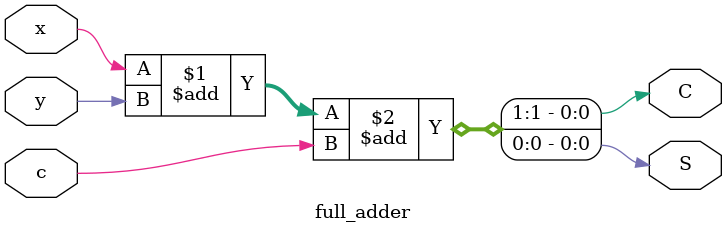
<source format=v>
/****************************************
* Title   : full_addder.v
* Purpose : Add two bits with a carry
* Author  : Harish R EE20B044 <harishrajesh2002@gmail.com>
* Date    : Dec 2 2021
*****************************************/

`timescale 1ns/1ps

module full_adder ( output S, C,
					input x, y, c);

	assign {C, S} = x + y + c;

endmodule


</source>
